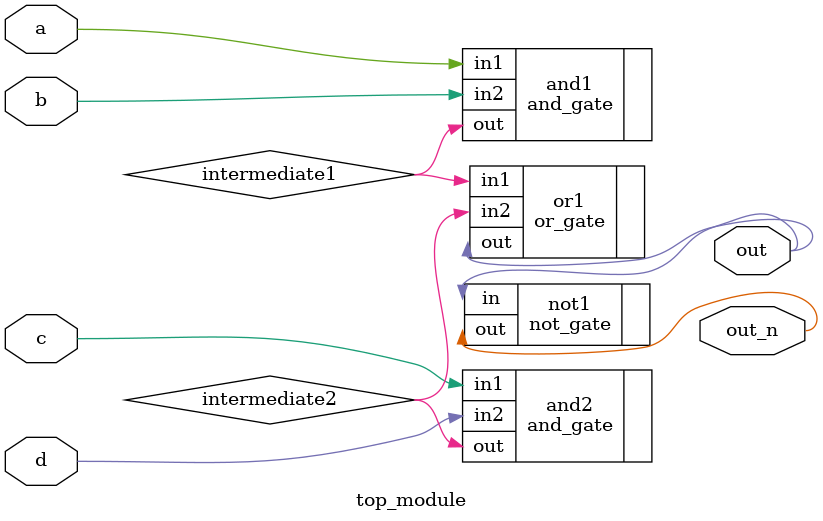
<source format=sv>
module top_module (
	input a,
	input b,
	input c,
	input d,
	output out,
	output out_n );

	wire intermediate1;
	wire intermediate2;

	and_gate and1 (
		.in1(a),
		.in2(b),
		.out(intermediate1)
	);

	and_gate and2 (
		.in1(c),
		.in2(d),
		.out(intermediate2)
	);

	or_gate or1 (
		.in1(intermediate1),
		.in2(intermediate2),
		.out(out)
	);

	not_gate not1 (
		.in(out),
		.out(out_n)
	);

endmodule

</source>
